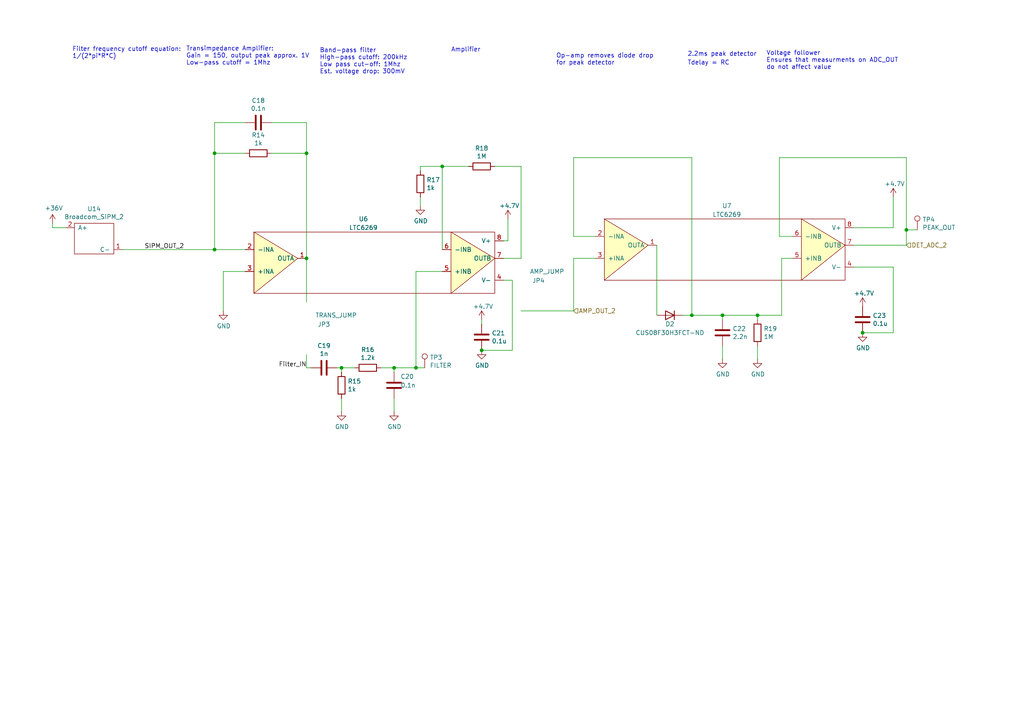
<source format=kicad_sch>
(kicad_sch (version 20211123) (generator eeschema)
  (paper "A4")
  (lib_symbols
    (symbol "Connector:TestPoint" (pin_numbers hide) (pin_names (offset 0.762) hide)
      (property "Reference" "TP" (at 0 6.858 0))
      (property "Value" "TestPoint" (at 0 5.08 0))
      (symbol "TestPoint_0_1"
        (circle (center 0 3.302) (radius 0.762))
      )
      (symbol "TestPoint_1_1"
        (pin passive line (at 0 0 90) (length 2.54) (name "1") (number "1"))
      )
    )
    (symbol "Device:C" (pin_numbers hide) (pin_names (offset 0.254))
      (property "Reference" "C" (at 0.635 2.54 0))
      (property "Value" "C" (at 0.635 -2.54 0))
      (symbol "C_0_1"
        (polyline (pts (xy -2.032 -0.762) (xy 2.032 -0.762)) (stroke (width 0.508)))
        (polyline (pts (xy -2.032 0.762) (xy 2.032 0.762)) (stroke (width 0.508)))
      )
      (symbol "C_1_1"
        (pin passive line (at 0 3.81 270) (length 2.794) (name "~") (number "1"))
        (pin passive line (at 0 -3.81 90) (length 2.794) (name "~") (number "2"))
      )
    )
    (symbol "Device:D" (pin_numbers hide) (pin_names (offset 1.016) hide)
      (property "Reference" "D" (at 0 2.54 0))
      (property "Value" "D" (at 0 -2.54 0))
      (symbol "D_0_1"
        (polyline (pts (xy -1.27 1.27) (xy -1.27 -1.27)) (stroke (width 0.254)))
        (polyline (pts (xy 1.27 0) (xy -1.27 0)))
        (polyline (pts (xy 1.27 1.27) (xy 1.27 -1.27) (xy -1.27 0) (xy 1.27 1.27)) (stroke (width 0.254)))
      )
      (symbol "D_1_1"
        (pin passive line (at -3.81 0 0) (length 2.54) (name "K") (number "1"))
        (pin passive line (at 3.81 0 180) (length 2.54) (name "A") (number "2"))
      )
    )
    (symbol "Device:R" (pin_numbers hide) (pin_names (offset 0))
      (property "Reference" "R" (at 2.032 0 90))
      (property "Value" "R" (at 0 0 90))
      (symbol "R_0_1"
        (rectangle (start -1.016 -2.54) (end 1.016 2.54) (stroke (width 0.254)))
      )
      (symbol "R_1_1"
        (pin passive line (at 0 3.81 270) (length 1.27) (name "~") (number "1"))
        (pin passive line (at 0 -3.81 90) (length 1.27) (name "~") (number "2"))
      )
    )
    (symbol "payload2020_custom:+4.7V" (power) (pin_names (offset 0))
      (property "Value" "+4.7V" (at 0 3.556 0))
      (symbol "+4.7V_0_1"
        (polyline (pts (xy -0.762 1.27) (xy 0 2.54)))
        (polyline (pts (xy 0 0) (xy 0 2.54)))
        (polyline (pts (xy 0 2.54) (xy 0.762 1.27)))
      )
      (symbol "+4.7V_1_1"
        (pin power_in line (at 0 0 270) (length 0) hide (name "+4.7V") (number "1"))
      )
    )
    (symbol "payload2020_custom:Broadcom_sipm" (pin_names (offset 1.016))
      (property "Reference" "U" (at 0 7.62 0))
      (property "Value" "Broadcom_sipm" (at 0 -7.62 0))
      (symbol "Broadcom_sipm_0_1"
        (rectangle (start -5.08 2.54) (end 6.35 -6.35))
      )
      (symbol "Broadcom_sipm_1_1"
        (pin input line (at -7.62 1.27 0) (length 2.54) (name "C-") (number "1"))
        (pin input line (at 8.89 -5.08 180) (length 2.54) (name "A+") (number "2"))
      )
    )
    (symbol "payload2020_custom:LTC6269" (pin_names (offset 1.016))
      (property "Reference" "U" (at 5.08 -17.78 0))
      (property "Value" "LTC6269" (at 5.08 -15.24 0))
      (symbol "LTC6269_0_1"
        (rectangle (start -15.24 -20.32) (end 54.61 -38.1))
        (polyline (pts (xy -15.24 -22.86) (xy -15.24 -35.56) (xy -15.24 -38.1) (xy -2.54 -27.94) (xy -15.24 -20.32) (xy -15.24 -22.86) (xy -15.24 -24.13) (xy -15.24 -22.86)) (fill (type background)))
      )
      (symbol "LTC6269_1_1"
        (polyline (pts (xy 41.91 -22.86) (xy 41.91 -35.56) (xy 41.91 -38.1) (xy 54.61 -27.94) (xy 41.91 -20.32) (xy 41.91 -22.86) (xy 41.91 -24.13) (xy 41.91 -22.86)) (fill (type background)))
        (pin input line (at 0 -27.94 180) (length 2.54) (name "OUTA") (number "1"))
        (pin input line (at -17.78 -25.4 0) (length 2.54) (name "-INA") (number "2"))
        (pin input line (at -17.78 -31.75 0) (length 2.54) (name "+INA") (number "3"))
        (pin input line (at 57.15 -34.29 180) (length 2.54) (name "V-") (number "4"))
        (pin input line (at 39.37 -31.75 0) (length 2.54) (name "+INB") (number "5"))
        (pin input line (at 39.37 -25.4 0) (length 2.54) (name "-INB") (number "6"))
        (pin input line (at 57.15 -27.94 180) (length 2.54) (name "OUTB") (number "7"))
        (pin input line (at 57.15 -22.86 180) (length 2.54) (name "V+") (number "8"))
      )
    )
    (symbol "power:+36V" (power) (pin_names (offset 0))
      (property "Value" "+36V" (at 0 3.556 0))
      (symbol "+36V_0_1"
        (polyline (pts (xy -0.762 1.27) (xy 0 2.54)))
        (polyline (pts (xy 0 0) (xy 0 2.54)))
        (polyline (pts (xy 0 2.54) (xy 0.762 1.27)))
      )
      (symbol "+36V_1_1"
        (pin power_in line (at 0 0 90) (length 0) hide (name "+36V") (number "1"))
      )
    )
    (symbol "power:GND" (power) (pin_names (offset 0))
      (property "Value" "GND" (at 0 -3.81 0))
      (symbol "GND_0_1"
        (polyline (pts (xy 0 0) (xy 0 -1.27) (xy 1.27 -1.27) (xy 0 -2.54) (xy -1.27 -1.27) (xy 0 -1.27)))
      )
      (symbol "GND_1_1"
        (pin power_in line (at 0 0 270) (length 0) hide (name "GND") (number "1"))
      )
    )
  )
  (junction (at 88.9 44.45))
  (junction (at 99.06 106.68))
  (junction (at 262.89 66.675))
  (junction (at 62.23 44.45))
  (junction (at 62.23 72.39))
  (junction (at 128.27 48.26))
  (junction (at 200.66 91.44))
  (junction (at 219.71 91.44))
  (junction (at 209.55 91.44))
  (junction (at 88.9 74.93))
  (junction (at 250.19 96.52))
  (junction (at 139.7 101.6))
  (junction (at 114.3 106.68))
  (junction (at 120.65 106.68))
  (wire (pts (xy 229.87 68.58) (xy 226.06 68.58)))
  (wire (pts (xy 259.08 66.04) (xy 259.08 57.15)))
  (wire (pts (xy 147.32 69.85) (xy 146.05 69.85)))
  (wire (pts (xy 88.9 74.93) (xy 88.9 87.63)))
  (wire (pts (xy 128.27 48.26) (xy 128.27 72.39)))
  (wire (pts (xy 139.7 101.6) (xy 148.59 101.6)))
  (wire (pts (xy 151.13 74.93) (xy 146.05 74.93)))
  (wire (pts (xy 97.79 106.68) (xy 99.06 106.68)))
  (wire (pts (xy 209.55 91.44) (xy 209.55 92.71)))
  (wire (pts (xy 62.23 44.45) (xy 71.12 44.45)))
  (wire (pts (xy 99.06 106.68) (xy 102.87 106.68)))
  (wire (pts (xy 250.19 96.52) (xy 259.08 96.52)))
  (wire (pts (xy 88.9 44.45) (xy 88.9 74.93)))
  (wire (pts (xy 226.695 91.44) (xy 226.695 74.93)))
  (wire (pts (xy 148.59 101.6) (xy 148.59 81.28)))
  (wire (pts (xy 114.3 115.57) (xy 114.3 119.38)))
  (wire (pts (xy 120.65 106.68) (xy 123.19 106.68)))
  (wire (pts (xy 78.74 44.45) (xy 88.9 44.45)))
  (wire (pts (xy 262.89 71.12) (xy 247.65 71.12)))
  (wire (pts (xy 219.71 91.44) (xy 226.695 91.44)))
  (wire (pts (xy 262.89 66.675) (xy 262.89 71.12)))
  (wire (pts (xy 139.7 93.98) (xy 139.7 92.71)))
  (wire (pts (xy 229.87 74.93) (xy 226.695 74.93)))
  (wire (pts (xy 143.51 48.26) (xy 151.13 48.26)))
  (wire (pts (xy 15.24 66.04) (xy 19.05 66.04)))
  (wire (pts (xy 71.12 78.74) (xy 64.77 78.74)))
  (wire (pts (xy 120.65 78.74) (xy 128.27 78.74)))
  (wire (pts (xy 151.13 90.17) (xy 166.37 90.17)))
  (wire (pts (xy 110.49 106.68) (xy 114.3 106.68)))
  (wire (pts (xy 200.66 91.44) (xy 209.55 91.44)))
  (wire (pts (xy 266.065 66.675) (xy 262.89 66.675)))
  (wire (pts (xy 219.71 100.33) (xy 219.71 104.14)))
  (wire (pts (xy 166.37 90.17) (xy 166.37 74.93)))
  (wire (pts (xy 121.92 48.26) (xy 121.92 49.53)))
  (wire (pts (xy 88.9 35.56) (xy 88.9 44.45)))
  (wire (pts (xy 226.06 45.72) (xy 262.89 45.72)))
  (wire (pts (xy 120.65 78.74) (xy 120.65 106.68)))
  (wire (pts (xy 209.55 104.14) (xy 209.55 100.33)))
  (wire (pts (xy 166.37 45.72) (xy 200.66 45.72)))
  (wire (pts (xy 198.12 91.44) (xy 200.66 91.44)))
  (wire (pts (xy 247.65 66.04) (xy 259.08 66.04)))
  (wire (pts (xy 219.71 92.71) (xy 219.71 91.44)))
  (wire (pts (xy 226.06 68.58) (xy 226.06 45.72)))
  (wire (pts (xy 151.13 48.26) (xy 151.13 74.93)))
  (wire (pts (xy 166.37 68.58) (xy 166.37 45.72)))
  (wire (pts (xy 114.3 106.68) (xy 120.65 106.68)))
  (wire (pts (xy 62.23 35.56) (xy 71.12 35.56)))
  (wire (pts (xy 64.77 78.74) (xy 64.77 90.17)))
  (wire (pts (xy 88.9 106.68) (xy 90.17 106.68)))
  (wire (pts (xy 262.89 45.72) (xy 262.89 66.675)))
  (wire (pts (xy 62.23 35.56) (xy 62.23 44.45)))
  (wire (pts (xy 190.5 71.12) (xy 190.5 91.44)))
  (wire (pts (xy 128.27 48.26) (xy 135.89 48.26)))
  (wire (pts (xy 148.59 81.28) (xy 146.05 81.28)))
  (wire (pts (xy 35.56 72.39) (xy 62.23 72.39)))
  (wire (pts (xy 259.08 77.47) (xy 259.08 96.52)))
  (wire (pts (xy 78.74 35.56) (xy 88.9 35.56)))
  (wire (pts (xy 200.66 45.72) (xy 200.66 91.44)))
  (wire (pts (xy 166.37 74.93) (xy 172.72 74.93)))
  (wire (pts (xy 99.06 115.57) (xy 99.06 119.38)))
  (wire (pts (xy 62.23 44.45) (xy 62.23 72.39)))
  (wire (pts (xy 99.06 107.95) (xy 99.06 106.68)))
  (wire (pts (xy 209.55 91.44) (xy 219.71 91.44)))
  (wire (pts (xy 62.23 72.39) (xy 71.12 72.39)))
  (wire (pts (xy 88.9 102.87) (xy 88.9 106.68)))
  (wire (pts (xy 15.24 64.77) (xy 15.24 66.04)))
  (wire (pts (xy 114.3 107.95) (xy 114.3 106.68)))
  (wire (pts (xy 128.27 48.26) (xy 121.92 48.26)))
  (wire (pts (xy 172.72 68.58) (xy 166.37 68.58)))
  (wire (pts (xy 147.32 63.5) (xy 147.32 69.85)))
  (wire (pts (xy 121.92 57.15) (xy 121.92 59.69)))
  (wire (pts (xy 247.65 77.47) (xy 259.08 77.47)))
  (text "Filter frequency cutoff equation:\n1/(2*pi*R*C)" (at 20.955 17.145 0) (effects (font (size 1.27 1.27)) (justify left bottom)))
  (text "Amplifier" (at 130.81 15.24 0) (effects (font (size 1.27 1.27)) (justify left bottom)))
  (text "Tdelay = RC" (at 199.39 19.05 0) (effects (font (size 1.27 1.27)) (justify left bottom)))
  (text "Voltage follower\nEnsures that measurments on ADC_OUT \ndo not affect value" (at 222.25 20.32 0) (effects (font (size 1.27 1.27)) (justify left bottom)))
  (text "Transimpedance Amplifier:\nGain = 150, output peak approx. 1V\nLow-pass cutoff = 1Mhz\n" (at 53.975 19.05 0) (effects (font (size 1.27 1.27)) (justify left bottom)))
  (text "2.2ms peak detector" (at 199.39 16.51 0) (effects (font (size 1.27 1.27)) (justify left bottom)))
  (text "Op-amp removes diode drop\nfor peak detector" (at 161.29 19.05 0) (effects (font (size 1.27 1.27)) (justify left bottom)))
  (text "Band-pass filter\nHigh-pass cutoff: 200kHz\nLow pass cut-off: 1Mhz\nEst. voltage drop: 300mV" (at 92.71 21.59 0) (effects (font (size 1.27 1.27)) (justify left bottom)))
  (label "SIPM_OUT_2" (at 41.91 72.39 0))
  (label "Filter_IN" (at 88.9 106.68 180))
  (hierarchical_label "DET_ADC_2" (shape input) (at 262.89 71.12 0))
  (hierarchical_label "AMP_OUT_2" (shape input) (at 166.37 90.17 0))
  (symbol (lib_id "payload2020_custom:LTC6269") (at 88.9 46.99 0) (unit 1)
    (property "Reference" "U6" (at 105.41 63.5 0))
    (property "Value" "LTC6269" (at 105.41 66.04 0))
    (property "Footprint" "Package_SO:MSOP-8_3x3mm_P0.65mm" (effects hide))
  )
  (symbol (lib_id "Device:R") (at 74.93 44.45 270) (unit 1)
    (property "Reference" "R14" (at 74.93 39.1922 90))
    (property "Value" "1k" (at 74.93 41.5036 90))
    (property "Footprint" "Resistor_SMD:R_0805_2012Metric_Pad1.15x1.40mm_HandSolder" (effects hide))
  )
  (symbol (lib_id "Device:R") (at 139.7 48.26 270) (unit 1)
    (property "Reference" "R18" (at 139.7 43.0022 90))
    (property "Value" "1M" (at 139.7 45.3136 90))
    (property "Footprint" "Resistor_SMD:R_0805_2012Metric_Pad1.15x1.40mm_HandSolder" (effects hide))
  )
  (symbol (lib_id "power:GND") (at 219.71 104.14 0) (unit 1)
    (property "Reference" "#PWR035" (effects hide))
    (property "Value" "GND" (at 219.837 108.5342 0))
  )
  (symbol (lib_id "Device:Jumper") (at 88.9 95.25 270) (unit 1)
    (property "Reference" "JP3" (at 92.1258 94.0816 90) (effects (justify left)))
    (property "Value" "TRANS_JUMP" (at 91.44 91.44 90) (effects (justify left)))
    (property "Footprint" "Connector_PinHeader_2.54mm:PinHeader_1x02_P2.54mm_Vertical" (effects hide))
  )
  (symbol (lib_id "payload2020_custom:+4.7V") (at 250.19 88.9 0) (unit 1)
    (property "Reference" "#U010" (effects hide))
    (property "Value" "+4.7V" (at 247.65 85.09 0) (effects (justify left)))
  )
  (symbol (lib_id "payload2020_custom:LTC6269") (at 190.5 43.18 0) (unit 1)
    (property "Reference" "U7" (at 210.82 59.69 0))
    (property "Value" "LTC6269" (at 210.82 62.23 0))
    (property "Footprint" "Package_SO:MSOP-8_3x3mm_P0.65mm" (effects hide))
  )
  (symbol (lib_id "power:GND") (at 209.55 104.14 0) (unit 1)
    (property "Reference" "#PWR034" (effects hide))
    (property "Value" "GND" (at 209.677 108.5342 0))
  )
  (symbol (lib_id "Device:C") (at 93.98 106.68 270) (unit 1)
    (property "Reference" "C19" (at 93.98 100.2792 90))
    (property "Value" "1n" (at 93.98 102.5906 90))
    (property "Footprint" "Capacitor_SMD:C_0805_2012Metric_Pad1.15x1.40mm_HandSolder" (effects hide))
  )
  (symbol (lib_id "Device:R") (at 99.06 111.76 0) (unit 1)
    (property "Reference" "R15" (at 100.838 110.5916 0) (effects (justify left)))
    (property "Value" "1k" (at 100.838 112.903 0) (effects (justify left)))
    (property "Footprint" "Resistor_SMD:R_0805_2012Metric_Pad1.15x1.40mm_HandSolder" (effects hide))
  )
  (symbol (lib_id "Device:R") (at 121.92 53.34 0) (unit 1)
    (property "Reference" "R17" (at 123.698 52.1716 0) (effects (justify left)))
    (property "Value" "1k" (at 123.698 54.483 0) (effects (justify left)))
    (property "Footprint" "Resistor_SMD:R_0805_2012Metric_Pad1.15x1.40mm_HandSolder" (effects hide))
  )
  (symbol (lib_id "power:GND") (at 114.3 119.38 0) (unit 1)
    (property "Reference" "#PWR031" (effects hide))
    (property "Value" "GND" (at 114.427 123.7742 0))
  )
  (symbol (lib_id "Device:D") (at 194.31 91.44 180) (unit 1)
    (property "Reference" "D2" (at 194.31 93.98 0))
    (property "Value" "CUS08F30H3FCT-ND" (at 194.31 96.52 0))
    (property "Footprint" "Diode_SMD:D_SOD-323_HandSoldering" (effects hide))
  )
  (symbol (lib_id "power:GND") (at 139.7 101.6 0) (unit 1)
    (property "Reference" "#PWR033" (effects hide))
    (property "Value" "GND" (at 139.827 105.9942 0))
  )
  (symbol (lib_id "Device:Jumper") (at 151.13 82.55 270) (unit 1)
    (property "Reference" "JP4" (at 154.3558 81.3816 90) (effects (justify left)))
    (property "Value" "AMP_JUMP" (at 153.67 78.74 90) (effects (justify left)))
    (property "Footprint" "Connector_PinHeader_2.54mm:PinHeader_1x02_P2.54mm_Vertical" (effects hide))
  )
  (symbol (lib_id "Connector:TestPoint") (at 266.065 66.675 0) (unit 1)
    (property "Reference" "TP4" (at 267.5382 63.6778 0) (effects (justify left)))
    (property "Value" "PEAK_OUT" (at 267.5382 65.9892 0) (effects (justify left)))
    (property "Footprint" "Connector_PinHeader_2.54mm:PinHeader_1x01_P2.54mm_Vertical" (effects hide))
  )
  (symbol (lib_id "power:GND") (at 99.06 119.38 0) (unit 1)
    (property "Reference" "#PWR030" (effects hide))
    (property "Value" "GND" (at 99.187 123.7742 0))
  )
  (symbol (lib_id "Device:C") (at 209.55 96.52 0) (unit 1)
    (property "Reference" "C22" (at 212.471 95.3516 0) (effects (justify left)))
    (property "Value" "2.2n" (at 212.471 97.663 0) (effects (justify left)))
    (property "Footprint" "Capacitor_SMD:C_0805_2012Metric_Pad1.15x1.40mm_HandSolder" (effects hide))
  )
  (symbol (lib_id "Device:R") (at 219.71 96.52 0) (unit 1)
    (property "Reference" "R19" (at 221.488 95.3516 0) (effects (justify left)))
    (property "Value" "1M" (at 221.488 97.663 0) (effects (justify left)))
    (property "Footprint" "Resistor_SMD:R_0805_2012Metric_Pad1.15x1.40mm_HandSolder" (effects hide))
  )
  (symbol (lib_id "Device:R") (at 106.68 106.68 270) (unit 1)
    (property "Reference" "R16" (at 106.68 101.4222 90))
    (property "Value" "1.2k" (at 106.68 103.7336 90))
    (property "Footprint" "Resistor_SMD:R_0805_2012Metric_Pad1.15x1.40mm_HandSolder" (effects hide))
  )
  (symbol (lib_id "Device:C") (at 139.7 97.79 0) (unit 1)
    (property "Reference" "C21" (at 142.621 96.6216 0) (effects (justify left)))
    (property "Value" "0.1u" (at 142.621 98.933 0) (effects (justify left)))
    (property "Footprint" "Capacitor_SMD:C_0805_2012Metric_Pad1.15x1.40mm_HandSolder" (effects hide))
  )
  (symbol (lib_id "Device:C") (at 250.19 92.71 0) (unit 1)
    (property "Reference" "C23" (at 253.111 91.5416 0) (effects (justify left)))
    (property "Value" "0.1u" (at 253.111 93.853 0) (effects (justify left)))
    (property "Footprint" "Capacitor_SMD:C_0805_2012Metric_Pad1.15x1.40mm_HandSolder" (effects hide))
  )
  (symbol (lib_id "power:GND") (at 250.19 96.52 0) (unit 1)
    (property "Reference" "#PWR036" (effects hide))
    (property "Value" "GND" (at 250.317 100.9142 0))
  )
  (symbol (lib_id "payload2020_custom:+4.7V") (at 147.32 63.5 0) (unit 1)
    (property "Reference" "#U09" (effects hide))
    (property "Value" "+4.7V" (at 144.78 59.69 0) (effects (justify left)))
  )
  (symbol (lib_id "Device:C") (at 74.93 35.56 270) (unit 1)
    (property "Reference" "C18" (at 74.93 29.1592 90))
    (property "Value" "0.1n" (at 74.93 31.4706 90))
    (property "Footprint" "Capacitor_SMD:C_0805_2012Metric_Pad1.15x1.40mm_HandSolder" (effects hide))
  )
  (symbol (lib_id "Device:C") (at 114.3 111.76 180) (unit 1)
    (property "Reference" "C20" (at 118.11 109.22 0))
    (property "Value" "0.1n" (at 118.3894 111.76 0))
    (property "Footprint" "Capacitor_SMD:C_0805_2012Metric_Pad1.15x1.40mm_HandSolder" (effects hide))
  )
  (symbol (lib_id "Connector:TestPoint") (at 123.19 106.68 0) (unit 1)
    (property "Reference" "TP3" (at 124.6632 103.6828 0) (effects (justify left)))
    (property "Value" "FILTER" (at 124.6632 105.9942 0) (effects (justify left)))
    (property "Footprint" "Connector_PinHeader_2.54mm:PinHeader_1x01_P2.54mm_Vertical" (effects hide))
  )
  (symbol (lib_id "payload2020_custom:+4.7V") (at 139.7 92.71 0) (unit 1)
    (property "Reference" "#U08" (effects hide))
    (property "Value" "+4.7V" (at 137.16 88.9 0) (effects (justify left)))
  )
  (symbol (lib_id "payload2020_custom:+4.7V") (at 259.08 57.15 0) (unit 1)
    (property "Reference" "#U011" (effects hide))
    (property "Value" "+4.7V" (at 256.54 53.34 0) (effects (justify left)))
  )
  (symbol (lib_id "power:GND") (at 64.77 90.17 0) (unit 1)
    (property "Reference" "#PWR029" (effects hide))
    (property "Value" "GND" (at 64.897 94.5642 0))
  )
  (symbol (lib_id "power:GND") (at 121.92 59.69 0) (unit 1)
    (property "Reference" "#PWR032" (effects hide))
    (property "Value" "GND" (at 122.047 64.0842 0))
  )
  (symbol (lib_id "power:+36V") (at 15.24 64.77 0) (unit 1)
    (property "Reference" "#PWR0106" (effects hide))
    (property "Value" "+36V" (at 15.621 60.3758 0))
  )
  (symbol (lib_id "payload2020_custom:Broadcom_sipm") (at 27.94 71.12 180) (unit 1)
    (property "Reference" "U14" (at 27.305 60.579 0))
    (property "Value" "Broadcom_SiPM_2" (at 27.305 62.8904 0))
    (property "Footprint" "Payload2020_custom:BROADCOM_SiPM" (effects hide))
    (property "Datasheet" "https://docs.broadcom.com/doc/AFBR-S4N66C013-DS" (effects hide))
  )
)
</source>
